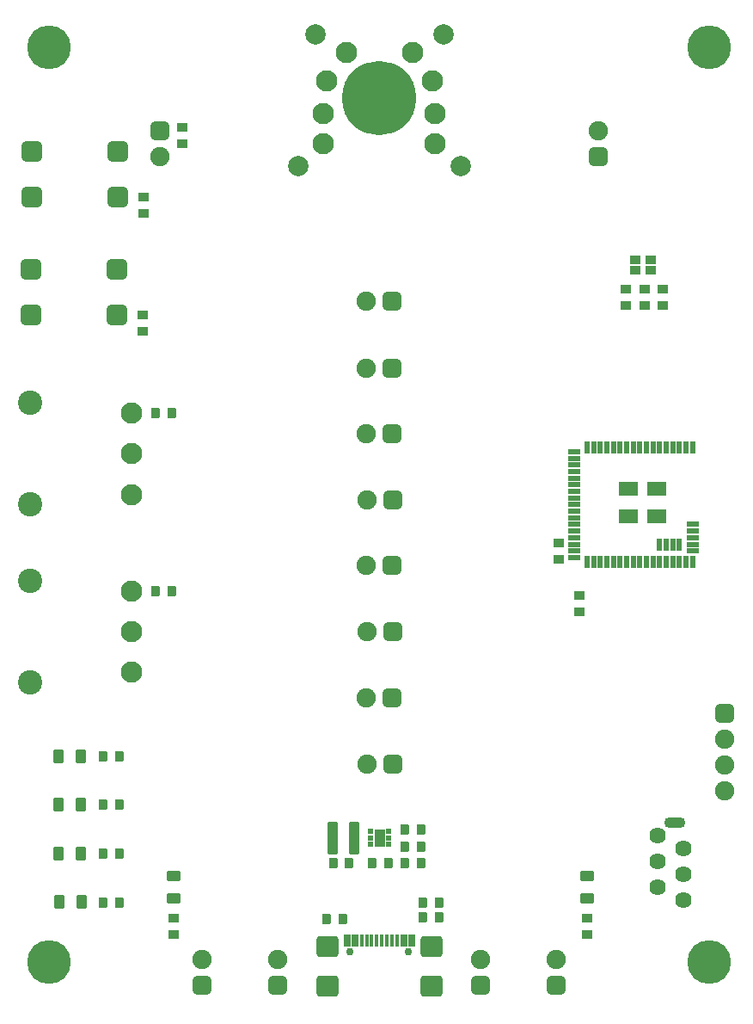
<source format=gts>
G04*
G04 #@! TF.GenerationSoftware,Altium Limited,Altium Designer,19.1.8 (144)*
G04*
G04 Layer_Color=8388736*
%FSLAX25Y25*%
%MOIN*%
G70*
G01*
G75*
G04:AMPARAMS|DCode=17|XSize=15.75mil|YSize=49.21mil|CornerRadius=3.15mil|HoleSize=0mil|Usage=FLASHONLY|Rotation=0.000|XOffset=0mil|YOffset=0mil|HoleType=Round|Shape=RoundedRectangle|*
%AMROUNDEDRECTD17*
21,1,0.01575,0.04291,0,0,0.0*
21,1,0.00945,0.04921,0,0,0.0*
1,1,0.00630,0.00472,-0.02146*
1,1,0.00630,-0.00472,-0.02146*
1,1,0.00630,-0.00472,0.02146*
1,1,0.00630,0.00472,0.02146*
%
%ADD17ROUNDEDRECTD17*%
G04:AMPARAMS|DCode=18|XSize=27.56mil|YSize=49.21mil|CornerRadius=4.33mil|HoleSize=0mil|Usage=FLASHONLY|Rotation=0.000|XOffset=0mil|YOffset=0mil|HoleType=Round|Shape=RoundedRectangle|*
%AMROUNDEDRECTD18*
21,1,0.02756,0.04055,0,0,0.0*
21,1,0.01890,0.04921,0,0,0.0*
1,1,0.00866,0.00945,-0.02028*
1,1,0.00866,-0.00945,-0.02028*
1,1,0.00866,-0.00945,0.02028*
1,1,0.00866,0.00945,0.02028*
%
%ADD18ROUNDEDRECTD18*%
G04:AMPARAMS|DCode=19|XSize=89.76mil|YSize=82.68mil|CornerRadius=17.72mil|HoleSize=0mil|Usage=FLASHONLY|Rotation=180.000|XOffset=0mil|YOffset=0mil|HoleType=Round|Shape=RoundedRectangle|*
%AMROUNDEDRECTD19*
21,1,0.08976,0.04724,0,0,180.0*
21,1,0.05433,0.08268,0,0,180.0*
1,1,0.03543,-0.02717,0.02362*
1,1,0.03543,0.02717,0.02362*
1,1,0.03543,0.02717,-0.02362*
1,1,0.03543,-0.02717,-0.02362*
%
%ADD19ROUNDEDRECTD19*%
G04:AMPARAMS|DCode=20|XSize=43.31mil|YSize=35.43mil|CornerRadius=9.84mil|HoleSize=0mil|Usage=FLASHONLY|Rotation=0.000|XOffset=0mil|YOffset=0mil|HoleType=Round|Shape=RoundedRectangle|*
%AMROUNDEDRECTD20*
21,1,0.04331,0.01575,0,0,0.0*
21,1,0.02362,0.03543,0,0,0.0*
1,1,0.01968,0.01181,-0.00787*
1,1,0.01968,-0.01181,-0.00787*
1,1,0.01968,-0.01181,0.00787*
1,1,0.01968,0.01181,0.00787*
%
%ADD20ROUNDEDRECTD20*%
G04:AMPARAMS|DCode=21|XSize=43.31mil|YSize=35.43mil|CornerRadius=9.84mil|HoleSize=0mil|Usage=FLASHONLY|Rotation=270.000|XOffset=0mil|YOffset=0mil|HoleType=Round|Shape=RoundedRectangle|*
%AMROUNDEDRECTD21*
21,1,0.04331,0.01575,0,0,270.0*
21,1,0.02362,0.03543,0,0,270.0*
1,1,0.01968,-0.00787,-0.01181*
1,1,0.01968,-0.00787,0.01181*
1,1,0.01968,0.00787,0.01181*
1,1,0.01968,0.00787,-0.01181*
%
%ADD21ROUNDEDRECTD21*%
G04:AMPARAMS|DCode=22|XSize=53.15mil|YSize=43.31mil|CornerRadius=5.91mil|HoleSize=0mil|Usage=FLASHONLY|Rotation=180.000|XOffset=0mil|YOffset=0mil|HoleType=Round|Shape=RoundedRectangle|*
%AMROUNDEDRECTD22*
21,1,0.05315,0.03150,0,0,180.0*
21,1,0.04134,0.04331,0,0,180.0*
1,1,0.01181,-0.02067,0.01575*
1,1,0.01181,0.02067,0.01575*
1,1,0.01181,0.02067,-0.01575*
1,1,0.01181,-0.02067,-0.01575*
%
%ADD22ROUNDEDRECTD22*%
G04:AMPARAMS|DCode=23|XSize=35.43mil|YSize=43.31mil|CornerRadius=9.84mil|HoleSize=0mil|Usage=FLASHONLY|Rotation=90.000|XOffset=0mil|YOffset=0mil|HoleType=Round|Shape=RoundedRectangle|*
%AMROUNDEDRECTD23*
21,1,0.03543,0.02362,0,0,90.0*
21,1,0.01575,0.04331,0,0,90.0*
1,1,0.01968,0.01181,0.00787*
1,1,0.01968,0.01181,-0.00787*
1,1,0.01968,-0.01181,-0.00787*
1,1,0.01968,-0.01181,0.00787*
%
%ADD23ROUNDEDRECTD23*%
G04:AMPARAMS|DCode=24|XSize=82.68mil|YSize=82.68mil|CornerRadius=21.65mil|HoleSize=0mil|Usage=FLASHONLY|Rotation=270.000|XOffset=0mil|YOffset=0mil|HoleType=Round|Shape=RoundedRectangle|*
%AMROUNDEDRECTD24*
21,1,0.08268,0.03937,0,0,270.0*
21,1,0.03937,0.08268,0,0,270.0*
1,1,0.04331,-0.01968,-0.01968*
1,1,0.04331,-0.01968,0.01968*
1,1,0.04331,0.01968,0.01968*
1,1,0.04331,0.01968,-0.01968*
%
%ADD24ROUNDEDRECTD24*%
%ADD25C,0.08268*%
%ADD26R,0.03937X0.07087*%
%ADD27R,0.02362X0.01968*%
G04:AMPARAMS|DCode=28|XSize=53.15mil|YSize=43.31mil|CornerRadius=5.91mil|HoleSize=0mil|Usage=FLASHONLY|Rotation=270.000|XOffset=0mil|YOffset=0mil|HoleType=Round|Shape=RoundedRectangle|*
%AMROUNDEDRECTD28*
21,1,0.05315,0.03150,0,0,270.0*
21,1,0.04134,0.04331,0,0,270.0*
1,1,0.01181,-0.01575,-0.02067*
1,1,0.01181,-0.01575,0.02067*
1,1,0.01181,0.01575,0.02067*
1,1,0.01181,0.01575,-0.02067*
%
%ADD28ROUNDEDRECTD28*%
G04:AMPARAMS|DCode=29|XSize=129.92mil|YSize=43.31mil|CornerRadius=11.81mil|HoleSize=0mil|Usage=FLASHONLY|Rotation=270.000|XOffset=0mil|YOffset=0mil|HoleType=Round|Shape=RoundedRectangle|*
%AMROUNDEDRECTD29*
21,1,0.12992,0.01968,0,0,270.0*
21,1,0.10630,0.04331,0,0,270.0*
1,1,0.02362,-0.00984,-0.05315*
1,1,0.02362,-0.00984,0.05315*
1,1,0.02362,0.00984,0.05315*
1,1,0.02362,0.00984,-0.05315*
%
%ADD29ROUNDEDRECTD29*%
%ADD30R,0.01850X0.04803*%
%ADD31R,0.04803X0.01850*%
%ADD32R,0.07559X0.05591*%
%ADD33O,0.08268X0.04331*%
%ADD34C,0.06394*%
%ADD35C,0.07480*%
G04:AMPARAMS|DCode=36|XSize=74.8mil|YSize=74.8mil|CornerRadius=19.68mil|HoleSize=0mil|Usage=FLASHONLY|Rotation=180.000|XOffset=0mil|YOffset=0mil|HoleType=Round|Shape=RoundedRectangle|*
%AMROUNDEDRECTD36*
21,1,0.07480,0.03543,0,0,180.0*
21,1,0.03543,0.07480,0,0,180.0*
1,1,0.03937,-0.01772,0.01772*
1,1,0.03937,0.01772,0.01772*
1,1,0.03937,0.01772,-0.01772*
1,1,0.03937,-0.01772,-0.01772*
%
%ADD36ROUNDEDRECTD36*%
G04:AMPARAMS|DCode=37|XSize=74.8mil|YSize=74.8mil|CornerRadius=19.68mil|HoleSize=0mil|Usage=FLASHONLY|Rotation=270.000|XOffset=0mil|YOffset=0mil|HoleType=Round|Shape=RoundedRectangle|*
%AMROUNDEDRECTD37*
21,1,0.07480,0.03543,0,0,270.0*
21,1,0.03543,0.07480,0,0,270.0*
1,1,0.03937,-0.01772,-0.01772*
1,1,0.03937,-0.01772,0.01772*
1,1,0.03937,0.01772,0.01772*
1,1,0.03937,0.01772,-0.01772*
%
%ADD37ROUNDEDRECTD37*%
%ADD38C,0.02953*%
%ADD39C,0.07874*%
%ADD40C,0.16929*%
%ADD41C,0.28740*%
%ADD42C,0.09449*%
D17*
X-984Y-168848D02*
D03*
X984D02*
D03*
X-2953D02*
D03*
X-4921D02*
D03*
X-6890D02*
D03*
X2953D02*
D03*
X4921D02*
D03*
X6890D02*
D03*
D18*
X-9449D02*
D03*
X9449D02*
D03*
X-12598D02*
D03*
X12598D02*
D03*
D19*
X-20118Y-171112D02*
D03*
Y-186663D02*
D03*
X20118Y-171112D02*
D03*
Y-186663D02*
D03*
D20*
X77461Y-41437D02*
D03*
Y-35138D02*
D03*
X-76378Y139961D02*
D03*
Y146260D02*
D03*
X69488Y-21161D02*
D03*
Y-14862D02*
D03*
X-91535Y112894D02*
D03*
Y119193D02*
D03*
X95472Y77165D02*
D03*
Y83465D02*
D03*
X102854Y77165D02*
D03*
X102854Y83465D02*
D03*
X109744Y77165D02*
D03*
Y83465D02*
D03*
X-79921Y-166535D02*
D03*
Y-160236D02*
D03*
X-91929Y67126D02*
D03*
Y73425D02*
D03*
X80709Y-160236D02*
D03*
Y-166535D02*
D03*
D21*
X16240Y-125984D02*
D03*
X9941D02*
D03*
X-11614Y-138779D02*
D03*
X-17913D02*
D03*
X9941D02*
D03*
X16240D02*
D03*
Y-132382D02*
D03*
X9941D02*
D03*
X-86811Y-33465D02*
D03*
X-80512D02*
D03*
X-86811Y35433D02*
D03*
X-80512D02*
D03*
X-2854Y-138779D02*
D03*
X3445D02*
D03*
X-100689Y-97539D02*
D03*
X-106988D02*
D03*
X-100689Y-116339D02*
D03*
X-106988D02*
D03*
X17028Y-159941D02*
D03*
X23327D02*
D03*
X-100689Y-135039D02*
D03*
X-106988D02*
D03*
X17028Y-154035D02*
D03*
X23327D02*
D03*
X-100689D02*
D03*
X-106988D02*
D03*
X-20374Y-160433D02*
D03*
X-14075D02*
D03*
D22*
X-79921Y-143701D02*
D03*
X-79921Y-152362D02*
D03*
X80709Y-143701D02*
D03*
X80709Y-152362D02*
D03*
D23*
X105218Y90648D02*
D03*
Y94979D02*
D03*
X99312Y90648D02*
D03*
X99312Y94979D02*
D03*
D24*
X-101854Y73425D02*
D03*
Y91142D02*
D03*
X-135153Y73425D02*
D03*
Y91142D02*
D03*
X-101461Y119095D02*
D03*
Y136811D02*
D03*
X-134760Y119095D02*
D03*
Y136811D02*
D03*
D25*
X12728Y174998D02*
D03*
X21653Y151575D02*
D03*
Y139764D02*
D03*
X20594Y164172D02*
D03*
X-12728Y174998D02*
D03*
X-20594Y164172D02*
D03*
X-21654Y151575D02*
D03*
Y139764D02*
D03*
X-96063Y3937D02*
D03*
Y19685D02*
D03*
Y35433D02*
D03*
Y-64960D02*
D03*
Y-49212D02*
D03*
Y-33464D02*
D03*
D26*
X99Y-129035D02*
D03*
D27*
X-3504Y-126476D02*
D03*
X-3504Y-129035D02*
D03*
X-3504Y-131594D02*
D03*
X3701Y-126476D02*
D03*
Y-129035D02*
D03*
X3701Y-131594D02*
D03*
D28*
X-124016Y-153937D02*
D03*
X-115354Y-153937D02*
D03*
X-124311Y-135138D02*
D03*
X-115650Y-135138D02*
D03*
X-124311Y-116339D02*
D03*
X-115650Y-116339D02*
D03*
X-124311Y-97539D02*
D03*
X-115650Y-97539D02*
D03*
D29*
X-18110Y-129035D02*
D03*
X-9843Y-129035D02*
D03*
D30*
X95866Y-22244D02*
D03*
X93307D02*
D03*
X90748Y-22244D02*
D03*
X88189Y-22244D02*
D03*
X85630Y-22244D02*
D03*
X83071Y-22244D02*
D03*
X80512Y-22244D02*
D03*
X116339D02*
D03*
X108661Y-22244D02*
D03*
X108661Y-15354D02*
D03*
X116339Y-15354D02*
D03*
X121457Y-22244D02*
D03*
X118897D02*
D03*
X113779Y-22244D02*
D03*
X111220Y-22244D02*
D03*
X106102Y-22244D02*
D03*
X103543Y-22244D02*
D03*
X100984D02*
D03*
X98425Y-22244D02*
D03*
X111220Y-15354D02*
D03*
X113779D02*
D03*
X83071Y22244D02*
D03*
X85630Y22244D02*
D03*
X88189Y22244D02*
D03*
X98425Y22244D02*
D03*
X95866Y22244D02*
D03*
X93307Y22244D02*
D03*
X90748Y22244D02*
D03*
X108661D02*
D03*
X106102Y22244D02*
D03*
X103543D02*
D03*
X100984Y22244D02*
D03*
X111220D02*
D03*
X113779D02*
D03*
X116339D02*
D03*
X118897D02*
D03*
X121457D02*
D03*
X80512D02*
D03*
D31*
X121457Y-7677D02*
D03*
X121457Y-12795D02*
D03*
X121457Y-15354D02*
D03*
X121457Y-17913D02*
D03*
Y-10236D02*
D03*
X75394Y5118D02*
D03*
X75394Y12795D02*
D03*
X75394Y20472D02*
D03*
Y-20472D02*
D03*
Y-17913D02*
D03*
Y-15354D02*
D03*
Y-12795D02*
D03*
X75394Y-10236D02*
D03*
X75394Y-7677D02*
D03*
Y-5118D02*
D03*
X75394Y-2559D02*
D03*
X75394Y0D02*
D03*
X75394Y2559D02*
D03*
X75394Y7677D02*
D03*
Y10236D02*
D03*
Y15354D02*
D03*
Y17913D02*
D03*
D32*
X96457Y6102D02*
D03*
X107677D02*
D03*
X96457Y-4528D02*
D03*
X107677Y-4528D02*
D03*
D33*
X114393Y-123346D02*
D03*
D34*
X117894Y-153346D02*
D03*
X107894Y-148346D02*
D03*
X117894Y-143346D02*
D03*
X107894Y-138346D02*
D03*
X117894Y-133346D02*
D03*
X107894Y-128346D02*
D03*
D35*
X-68898Y-176102D02*
D03*
X68504D02*
D03*
X-4882Y1870D02*
D03*
X-5000Y27461D02*
D03*
Y52925D02*
D03*
Y78740D02*
D03*
X-5000Y-23594D02*
D03*
X-4902Y-49325D02*
D03*
X-5000Y-74761D02*
D03*
X-4902Y-100394D02*
D03*
X133858Y-110768D02*
D03*
Y-100768D02*
D03*
Y-90768D02*
D03*
X85039Y144764D02*
D03*
X-39370Y-176102D02*
D03*
X39370D02*
D03*
X-85236Y134764D02*
D03*
D36*
X-68898Y-186102D02*
D03*
X68504D02*
D03*
X85039Y134764D02*
D03*
X-39370Y-186102D02*
D03*
X39370D02*
D03*
X-85236Y144764D02*
D03*
D37*
X5118Y1870D02*
D03*
X5000Y27461D02*
D03*
Y52925D02*
D03*
Y78740D02*
D03*
X5000Y-23594D02*
D03*
X5098Y-49325D02*
D03*
X5000Y-74761D02*
D03*
X5098Y-100394D02*
D03*
X133858Y-80768D02*
D03*
D38*
X11378Y-173081D02*
D03*
X-11378D02*
D03*
D39*
X-24803Y182283D02*
D03*
X-31496Y131102D02*
D03*
X31496D02*
D03*
X24803Y182283D02*
D03*
D40*
X-127953Y-177165D02*
D03*
X-127953Y177165D02*
D03*
X127953D02*
D03*
X127953Y-177165D02*
D03*
D41*
X-0Y157480D02*
D03*
D42*
X-135433Y0D02*
D03*
Y39370D02*
D03*
X-135433Y-68897D02*
D03*
X-135433Y-29527D02*
D03*
M02*

</source>
